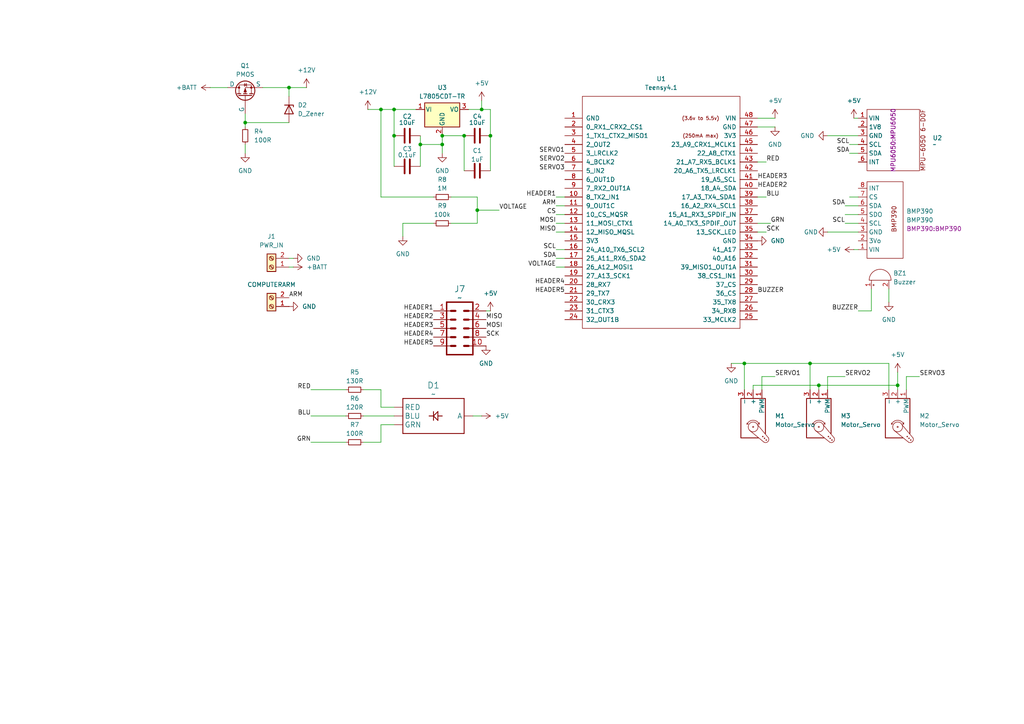
<source format=kicad_sch>
(kicad_sch (version 20250114) (generator "eeschema") (generator_version "9.0")
  (paper "A4")
  (lib_symbols
    (symbol "BMP390:BMP390"
      (property "Reference" "U3" (at 12.7 0.7939 0))
      (property "Value" "BMP390" (at 12.7 -1.1112 0))
      (property "Footprint" "BMP390:BMP390" (at 0 0 0))
      (symbol "BMP390_0_1"
        (rectangle (start 11.43 -5.08) (end -10.795 5.3975))
      )
      (symbol "BMP390_1_1"
        (text "BMP390\n" (at 0 2.794 0) (effects (font (size 1.27 1.27))))
        (pin input line (at -8.89 -7.62 90) (length 2.54) (name "INT") (number "8"))
        (pin input line (at -6.35 -7.62 90) (length 2.54) (name "CS") (number "7"))
        (pin input line (at -3.81 -7.62 90) (length 2.54) (name "SDA") (number "6"))
        (pin input line (at -1.27 -7.62 90) (length 2.54) (name "SDO") (number "5"))
        (pin input line (at 1.27 -7.62 90) (length 2.54) (name "SCL") (number "4"))
        (pin input line (at 3.81 -7.62 90) (length 2.54) (name "GND") (number "3"))
        (pin input line (at 6.35 -7.62 90) (length 2.54) (name "3Vo") (number "2"))
        (pin input line (at 8.89 -7.62 90) (length 2.54) (name "VIN") (number "1"))
      )
    )
    (symbol "Connector:Screw_Terminal_01x02" (pin_names (offset 1.016) (hide yes))
      (property "Reference" "J1" (at 1.2701 -5.08 90))
      (property "Value" "Screw_Terminal_01x02" (at -1.2699 -5.08 90))
      (symbol "Screw_Terminal_01x02_1_1"
        (rectangle (start -1.27 1.27) (end 1.27 -3.81) (stroke (width 0.254)) (fill (type background)))
        (polyline (pts (xy -0.5334 0.3302) (xy 0.3302 -0.508)) (stroke (width 0.1524)))
        (polyline (pts (xy -0.5334 -2.2098) (xy 0.3302 -3.048)) (stroke (width 0.1524)))
        (polyline (pts (xy -0.3556 0.508) (xy 0.508 -0.3302)) (stroke (width 0.1524)))
        (polyline (pts (xy -0.3556 -2.032) (xy 0.508 -2.8702)) (stroke (width 0.1524)))
        (circle (center 0 0) (radius 0.635) (stroke (width 0.1524)))
        (circle (center 0 -2.54) (radius 0.635) (stroke (width 0.1524)))
        (pin passive line (at -5.08 0 0) (length 3.81) (name "Pin_1") (number "1"))
        (pin passive line (at -5.08 -2.54 0) (length 3.81) (name "Pin_2") (number "2"))
      )
    )
    (symbol "Device:Buzzer" (pin_names (offset 0.0254) (hide yes))
      (property "Reference" "BZ" (at 3.81 1.27 0))
      (property "Value" "Buzzer" (at 3.81 -1.27 0))
      (symbol "Buzzer_0_1"
        (polyline (pts (xy -1.651 1.905) (xy -1.143 1.905)))
        (polyline (pts (xy -1.397 2.159) (xy -1.397 1.651)))
        (arc (start 0 3.175) (mid 3.1612 0) (end 0 -3.175))
        (polyline (pts (xy 0 3.175) (xy 0 -3.175)))
      )
      (symbol "Buzzer_1_1"
        (pin passive line (at -2.54 2.54 0) (length 2.54) (name "+") (number "1"))
        (pin passive line (at -2.54 -2.54 0) (length 2.54) (name "-") (number "2"))
      )
    )
    (symbol "Device:C" (pin_numbers (hide yes)) (pin_names (offset 0.254))
      (property "Reference" "C" (at 0.635 2.54 0))
      (property "Value" "C" (at 0.635 -2.54 0))
      (symbol "C_0_1"
        (polyline (pts (xy -2.032 0.762) (xy 2.032 0.762)) (stroke (width 0.508)))
        (polyline (pts (xy -2.032 -0.762) (xy 2.032 -0.762)) (stroke (width 0.508)))
      )
      (symbol "C_1_1"
        (pin passive line (at 0 3.81 270) (length 2.794) (name "~") (number "1"))
        (pin passive line (at 0 -3.81 90) (length 2.794) (name "~") (number "2"))
      )
    )
    (symbol "Device:D_Zener" (pin_numbers (hide yes)) (pin_names (offset 1.016) (hide yes))
      (property "Reference" "D" (at 0 2.54 0))
      (property "Value" "D_Zener" (at 0 -2.54 0))
      (symbol "D_Zener_0_1"
        (polyline (pts (xy -1.27 -1.27) (xy -1.27 1.27) (xy -0.762 1.27)) (stroke (width 0.254)))
        (polyline (pts (xy 1.27 0) (xy -1.27 0)))
        (polyline (pts (xy 1.27 -1.27) (xy 1.27 1.27) (xy -1.27 0) (xy 1.27 -1.27)) (stroke (width 0.254)))
      )
      (symbol "D_Zener_1_1"
        (pin passive line (at -3.81 0 0) (length 2.54) (name "K") (number "1"))
        (pin passive line (at 3.81 0 180) (length 2.54) (name "A") (number "2"))
      )
    )
    (symbol "Device:R_Small" (pin_numbers (hide yes)) (pin_names (offset 0.254) (hide yes))
      (property "Reference" "R" (at 0.762 0.508 0))
      (property "Value" "R_Small" (at 0.762 -1.016 0))
      (symbol "R_Small_0_1"
        (rectangle (start -0.762 1.778) (end 0.762 -1.778) (stroke (width 0.2032)))
      )
      (symbol "R_Small_1_1"
        (pin passive line (at 0 2.54 270) (length 0.762) (name "~") (number "1"))
        (pin passive line (at 0 -2.54 90) (length 0.762) (name "~") (number "2"))
      )
    )
    (symbol "MPU6050:MPU6050"
      (property "Reference" "U2" (at -0.6351 11.43 90))
      (property "Value" "~" (at 1.27 11.43 90))
      (property "Footprint" "MPU6050:MPU6050" (at 0 0 0))
      (symbol "MPU6050_0_1"
        (rectangle (start -8.89 7.62) (end 8.89 -7.62))
      )
      (symbol "MPU6050_1_1"
        (text "MPU-6050 6-DOF\n" (at 0 8.636 0) (effects (font (size 1.27 1.27))))
        (pin input line (at -6.35 -10.16 90) (length 2.54) (name "VIN") (number "1"))
        (pin input line (at -3.81 -10.16 90) (length 2.54) (name "1V8") (number "2"))
        (pin input line (at -1.27 -10.16 90) (length 2.54) (name "GND") (number "3"))
        (pin input line (at 1.27 -10.16 90) (length 2.54) (name "SCL") (number "4"))
        (pin input line (at 3.81 -10.16 90) (length 2.54) (name "SDA") (number "5"))
        (pin input line (at 6.35 -10.16 90) (length 2.54) (name "INT") (number "6"))
      )
    )
    (symbol "Motor:Motor_Servo" (pin_names (offset 0.0254))
      (property "Reference" "M" (at -5.08 4.445 0))
      (property "Value" "Motor_Servo" (at -5.08 -4.064 0))
      (symbol "Motor_Servo_0_1"
        (polyline (pts (xy 2.413 1.778) (xy 1.905 1.778)))
        (polyline (pts (xy 2.413 1.778) (xy 2.286 1.397)))
        (polyline (pts (xy 2.413 -1.778) (xy 2.032 -1.778)))
        (polyline (pts (xy 2.413 -1.778) (xy 2.286 -1.397)))
        (arc (start 2.413 -1.778) (mid 1.2406 0) (end 2.413 1.778))
        (circle (center 3.175 0) (radius 0.1778))
        (circle (center 3.175 0) (radius 1.4224))
        (polyline (pts (xy 5.08 3.556) (xy -5.08 3.556) (xy -5.08 -3.556) (xy 6.35 -3.556) (xy 6.35 1.524)) (stroke (width 0.254)))
        (circle (center 5.969 2.794) (radius 0.127))
        (polyline (pts (xy 6.35 4.445) (xy 2.54 1.27)))
        (circle (center 6.477 3.302) (radius 0.127))
        (arc (start 6.35 4.445) (mid 7.4487 4.2737) (end 7.62 3.175))
        (circle (center 6.985 3.81) (radius 0.127))
        (polyline (pts (xy 7.62 3.175) (xy 4.191 -1.016)))
      )
      (symbol "Motor_Servo_1_1"
        (pin passive line (at -7.62 2.54 0) (length 2.54) (name "PWM") (number "1"))
        (pin passive line (at -7.62 0 0) (length 2.54) (name "+") (number "2"))
        (pin passive line (at -7.62 -2.54 0) (length 2.54) (name "-") (number "3"))
      )
    )
    (symbol "Regulator_Linear:LM7805_TO220" (pin_names (offset 0.254))
      (property "Reference" "U" (at -3.81 3.175 0))
      (property "Value" "LM7805_TO220" (at 0 3.175 0))
      (symbol "LM7805_TO220_0_1"
        (rectangle (start -5.08 1.905) (end 5.08 -5.08) (stroke (width 0.254)) (fill (type background)))
      )
      (symbol "LM7805_TO220_1_1"
        (pin power_in line (at -7.62 0 0) (length 2.54) (name "VI") (number "1"))
        (pin power_in line (at 0 -7.62 90) (length 2.54) (name "GND") (number "2"))
        (pin power_out line (at 7.62 0 180) (length 2.54) (name "VO") (number "3"))
      )
    )
    (symbol "Simulation_SPICE:PMOS" (pin_numbers (hide yes)) (pin_names (offset 0))
      (property "Reference" "Q" (at 5.08 1.27 0))
      (property "Value" "PMOS" (at 5.08 -1.27 0))
      (symbol "PMOS_0_1"
        (polyline (pts (xy 0.254 1.905) (xy 0.254 -1.905)) (stroke (width 0.254)))
        (polyline (pts (xy 0.254 0) (xy -2.54 0)))
        (polyline (pts (xy 0.762 2.286) (xy 0.762 1.27)) (stroke (width 0.254)))
        (polyline (pts (xy 0.762 1.778) (xy 3.302 1.778) (xy 3.302 -1.778) (xy 0.762 -1.778)))
        (polyline (pts (xy 0.762 0.508) (xy 0.762 -0.508)) (stroke (width 0.254)))
        (polyline (pts (xy 0.762 -1.27) (xy 0.762 -2.286)) (stroke (width 0.254)))
        (circle (center 1.651 0) (radius 2.794) (stroke (width 0.254)))
        (polyline (pts (xy 2.286 0) (xy 1.27 0.381) (xy 1.27 -0.381) (xy 2.286 0)) (fill (type outline)))
        (polyline (pts (xy 2.54 2.54) (xy 2.54 1.778)))
        (circle (center 2.54 1.778) (radius 0.254) (fill (type outline)))
        (circle (center 2.54 -1.778) (radius 0.254) (fill (type outline)))
        (polyline (pts (xy 2.54 -2.54) (xy 2.54 0) (xy 0.762 0)))
        (polyline (pts (xy 2.794 -0.508) (xy 2.921 -0.381) (xy 3.683 -0.381) (xy 3.81 -0.254)))
        (polyline (pts (xy 3.302 -0.381) (xy 2.921 0.254) (xy 3.683 0.254) (xy 3.302 -0.381)))
      )
      (symbol "PMOS_1_1"
        (pin input line (at -5.08 0 0) (length 2.54) (name "G") (number "2"))
        (pin passive line (at 2.54 5.08 270) (length 2.54) (name "D") (number "1"))
        (pin passive line (at 2.54 -5.08 90) (length 2.54) (name "S") (number "3"))
      )
    )
    (symbol "SparkFun-Connectors:CONN_05X2NO_SILK"
      (property "Reference" "J" (at -3.81 8.128 0))
      (symbol "CONN_05X2NO_SILK_1_0"
        (polyline (pts (xy -3.81 7.62) (xy -3.81 -7.62)) (stroke (width 0.4064)))
        (polyline (pts (xy -3.81 7.62) (xy 3.81 7.62)) (stroke (width 0.4064)))
        (polyline (pts (xy -1.27 5.08) (xy -2.54 5.08)) (stroke (width 0.6096)))
        (polyline (pts (xy -1.27 2.54) (xy -2.54 2.54)) (stroke (width 0.6096)))
        (polyline (pts (xy -1.27 0) (xy -2.54 0)) (stroke (width 0.6096)))
        (polyline (pts (xy -1.27 -2.54) (xy -2.54 -2.54)) (stroke (width 0.6096)))
        (polyline (pts (xy -1.27 -5.08) (xy -2.54 -5.08)) (stroke (width 0.6096)))
        (polyline (pts (xy 1.27 5.08) (xy 2.54 5.08)) (stroke (width 0.6096)))
        (polyline (pts (xy 1.27 2.54) (xy 2.54 2.54)) (stroke (width 0.6096)))
        (polyline (pts (xy 1.27 0) (xy 2.54 0)) (stroke (width 0.6096)))
        (polyline (pts (xy 1.27 -2.54) (xy 2.54 -2.54)) (stroke (width 0.6096)))
        (polyline (pts (xy 1.27 -5.08) (xy 2.54 -5.08)) (stroke (width 0.6096)))
        (polyline (pts (xy 3.81 -7.62) (xy -3.81 -7.62)) (stroke (width 0.4064)))
        (polyline (pts (xy 3.81 -7.62) (xy 3.81 7.62)) (stroke (width 0.4064)))
        (pin passive line (at -7.62 5.08 0) (length 5.08) (name "1") (number "1"))
        (pin passive line (at -7.62 2.54 0) (length 5.08) (name "3") (number "3"))
        (pin passive line (at -7.62 0 0) (length 5.08) (name "5") (number "5"))
        (pin passive line (at -7.62 -2.54 0) (length 5.08) (name "7") (number "7"))
        (pin passive line (at -7.62 -5.08 0) (length 5.08) (name "9") (number "9"))
        (pin passive line (at 7.62 5.08 180) (length 5.08) (name "2") (number "2"))
        (pin passive line (at 7.62 2.54 180) (length 5.08) (name "4") (number "4"))
        (pin passive line (at 7.62 0 180) (length 5.08) (name "6") (number "6"))
        (pin passive line (at 7.62 -2.54 180) (length 5.08) (name "8") (number "8"))
        (pin passive line (at 7.62 -5.08 180) (length 5.08) (name "10") (number "10"))
      )
    )
    (symbol "SparkFun-LED:LED-RGB-CADIFFUSE"
      (property "Reference" "D" (at -7.62 5.3975 0))
      (symbol "LED-RGB-CADIFFUSE_1_0"
        (polyline (pts (xy -7.62 5.08) (xy 10.16 5.08)) (stroke (width 0.254)))
        (polyline (pts (xy -7.62 -5.08) (xy -7.62 5.08)) (stroke (width 0.254)))
        (polyline (pts (xy 1.27 0) (xy 0 0)) (stroke (width 0.254)))
        (polyline (pts (xy 1.27 0) (xy 1.27 1.27)) (stroke (width 0.254)))
        (polyline (pts (xy 1.27 0) (xy 2.54 -1.27)) (stroke (width 0.254)))
        (polyline (pts (xy 1.27 -1.27) (xy 1.27 0)) (stroke (width 0.254)))
        (polyline (pts (xy 2.54 1.27) (xy 1.27 0)) (stroke (width 0.254)))
        (polyline (pts (xy 2.54 0) (xy 2.54 1.27)) (stroke (width 0.254)))
        (polyline (pts (xy 2.54 0) (xy 3.81 0)) (stroke (width 0.254)))
        (polyline (pts (xy 2.54 -1.27) (xy 2.54 0)) (stroke (width 0.254)))
        (polyline (pts (xy 10.16 5.08) (xy 10.16 -5.08)) (stroke (width 0.254)))
        (polyline (pts (xy 10.16 -5.08) (xy -7.62 -5.08)) (stroke (width 0.254)))
        (pin bidirectional line (at -10.16 2.54 0) (length 2.54) (name "RED") (number "1"))
        (pin bidirectional line (at -10.16 0 0) (length 2.54) (name "BLU") (number "4"))
        (pin bidirectional line (at -10.16 -2.54 0) (length 2.54) (name "GRN") (number "3"))
        (pin bidirectional line (at 12.7 0 180) (length 2.54) (name "A") (number "2"))
      )
    )
    (symbol "power:+12V" (power) (pin_numbers (hide yes)) (pin_names (offset 0) (hide yes))
      (property "Value" "+12V" (at 0 3.556 0))
      (symbol "+12V_0_1"
        (polyline (pts (xy -0.762 1.27) (xy 0 2.54)))
        (polyline (pts (xy 0 2.54) (xy 0.762 1.27)))
        (polyline (pts (xy 0 0) (xy 0 2.54)))
      )
      (symbol "+12V_1_1"
        (pin power_in line (at 0 0 90) (length 0) (name "~") (number "1"))
      )
    )
    (symbol "power:+5V" (power) (pin_numbers (hide yes)) (pin_names (offset 0) (hide yes))
      (property "Value" "+5V" (at 0 3.556 0))
      (symbol "+5V_0_1"
        (polyline (pts (xy -0.762 1.27) (xy 0 2.54)))
        (polyline (pts (xy 0 2.54) (xy 0.762 1.27)))
        (polyline (pts (xy 0 0) (xy 0 2.54)))
      )
      (symbol "+5V_1_1"
        (pin power_in line (at 0 0 90) (length 0) (name "~") (number "1"))
      )
    )
    (symbol "power:+BATT" (power) (pin_numbers (hide yes)) (pin_names (offset 0) (hide yes))
      (property "Value" "+BATT" (at 0 3.556 0))
      (symbol "+BATT_0_1"
        (polyline (pts (xy -0.762 1.27) (xy 0 2.54)))
        (polyline (pts (xy 0 2.54) (xy 0.762 1.27)))
        (polyline (pts (xy 0 0) (xy 0 2.54)))
      )
      (symbol "+BATT_1_1"
        (pin power_in line (at 0 0 90) (length 0) (name "~") (number "1"))
      )
    )
    (symbol "power:GND" (power) (pin_numbers (hide yes)) (pin_names (offset 0) (hide yes))
      (property "Value" "GND" (at 0 -3.81 0))
      (symbol "GND_0_1"
        (polyline (pts (xy 0 0) (xy 0 -1.27) (xy 1.27 -1.27) (xy 0 -2.54) (xy -1.27 -1.27) (xy 0 -1.27)))
      )
      (symbol "GND_1_1"
        (pin power_in line (at 0 0 270) (length 0) (name "~") (number "1"))
      )
    )
    (symbol "teensy:Teensy4.1" (pin_names (offset 1.016))
      (property "Reference" "U1" (at 0 66.04 0))
      (property "Value" "Teensy4.1" (at 0 63.5 0))
      (symbol "Teensy4.1_0_0"
        (text "(3.6v to 5.5v)" (at 11.43 54.61 0) (effects (font (size 1.016 1.016))))
        (text "(250mA max)" (at 11.43 49.53 0) (effects (font (size 1.016 1.016))))
        (pin bidirectional line (at -27.94 44.45 0) (length 5.08) (name "3_LRCLK2") (number "5"))
        (pin bidirectional line (at -27.94 41.91 0) (length 5.08) (name "4_BCLK2") (number "6"))
        (pin bidirectional line (at -27.94 39.37 0) (length 5.08) (name "5_IN2") (number "7"))
        (pin bidirectional line (at -27.94 36.83 0) (length 5.08) (name "6_OUT1D") (number "8"))
        (pin bidirectional line (at -27.94 34.29 0) (length 5.08) (name "7_RX2_OUT1A") (number "9"))
        (pin bidirectional line (at -27.94 31.75 0) (length 5.08) (name "8_TX2_IN1") (number "10"))
        (pin bidirectional line (at -27.94 29.21 0) (length 5.08) (name "9_OUT1C") (number "11"))
        (pin bidirectional line (at -27.94 26.67 0) (length 5.08) (name "10_CS_MQSR") (number "12"))
        (pin bidirectional line (at -27.94 24.13 0) (length 5.08) (name "11_MOSI_CTX1") (number "13"))
        (pin bidirectional line (at -27.94 21.59 0) (length 5.08) (name "12_MISO_MQSL") (number "14"))
        (pin power_in line (at -27.94 19.05 0) (length 5.08) (name "3V3") (number "15"))
        (pin bidirectional line (at -27.94 16.51 0) (length 5.08) (name "24_A10_TX6_SCL2") (number "16"))
        (pin bidirectional line (at -27.94 13.97 0) (length 5.08) (name "25_A11_RX6_SDA2") (number "17"))
        (pin bidirectional line (at -27.94 11.43 0) (length 5.08) (name "26_A12_MOSI1") (number "18"))
        (pin bidirectional line (at -27.94 8.89 0) (length 5.08) (name "27_A13_SCK1") (number "19"))
        (pin bidirectional line (at -27.94 6.35 0) (length 5.08) (name "28_RX7") (number "20"))
        (pin bidirectional line (at -27.94 3.81 0) (length 5.08) (name "29_TX7") (number "21"))
        (pin bidirectional line (at -27.94 1.27 0) (length 5.08) (name "30_CRX3") (number "22"))
        (pin bidirectional line (at -27.94 -1.27 0) (length 5.08) (name "31_CTX3") (number "23"))
        (pin bidirectional line (at -27.94 -3.81 0) (length 5.08) (name "32_OUT1B") (number "24"))
        (pin power_in line (at 27.94 54.61 180) (length 5.08) (name "VIN") (number "48"))
        (pin output line (at 27.94 52.07 180) (length 5.08) (name "GND") (number "47"))
        (pin output line (at 27.94 49.53 180) (length 5.08) (name "3V3") (number "46"))
        (pin bidirectional line (at 27.94 46.99 180) (length 5.08) (name "23_A9_CRX1_MCLK1") (number "45"))
        (pin bidirectional line (at 27.94 44.45 180) (length 5.08) (name "22_A8_CTX1") (number "44"))
        (pin bidirectional line (at 27.94 41.91 180) (length 5.08) (name "21_A7_RX5_BCLK1") (number "43"))
        (pin bidirectional line (at 27.94 39.37 180) (length 5.08) (name "20_A6_TX5_LRCLK1") (number "42"))
        (pin bidirectional line (at 27.94 36.83 180) (length 5.08) (name "19_A5_SCL") (number "41"))
        (pin bidirectional line (at 27.94 34.29 180) (length 5.08) (name "18_A4_SDA") (number "40"))
        (pin bidirectional line (at 27.94 31.75 180) (length 5.08) (name "17_A3_TX4_SDA1") (number "39"))
        (pin bidirectional line (at 27.94 29.21 180) (length 5.08) (name "16_A2_RX4_SCL1") (number "38"))
        (pin bidirectional line (at 27.94 26.67 180) (length 5.08) (name "15_A1_RX3_SPDIF_IN") (number "37"))
        (pin bidirectional line (at 27.94 24.13 180) (length 5.08) (name "14_A0_TX3_SPDIF_OUT") (number "36"))
        (pin bidirectional line (at 27.94 21.59 180) (length 5.08) (name "13_SCK_LED") (number "35"))
        (pin bidirectional line (at 27.94 16.51 180) (length 5.08) (name "41_A17") (number "33"))
        (pin bidirectional line (at 27.94 13.97 180) (length 5.08) (name "40_A16") (number "32"))
        (pin bidirectional line (at 27.94 11.43 180) (length 5.08) (name "39_MISO1_OUT1A") (number "31"))
        (pin bidirectional line (at 27.94 8.89 180) (length 5.08) (name "38_CS1_IN1") (number "30"))
        (pin bidirectional line (at 27.94 6.35 180) (length 5.08) (name "37_CS") (number "29"))
        (pin bidirectional line (at 27.94 3.81 180) (length 5.08) (name "36_CS") (number "28"))
        (pin bidirectional line (at 27.94 1.27 180) (length 5.08) (name "35_TX8") (number "27"))
        (pin bidirectional line (at 27.94 -1.27 180) (length 5.08) (name "34_RX8") (number "26"))
        (pin bidirectional line (at 27.94 -3.81 180) (length 5.08) (name "33_MCLK2") (number "25"))
      )
      (symbol "Teensy4.1_0_1"
        (rectangle (start -22.86 60.96) (end 22.86 -6.35))
        (rectangle (start -20.32 -1.27) (end -20.32 -1.27))
      )
      (symbol "Teensy4.1_1_1"
        (pin power_in line (at -27.94 54.61 0) (length 5.08) (name "GND") (number "1"))
        (pin bidirectional line (at -27.94 52.07 0) (length 5.08) (name "0_RX1_CRX2_CS1") (number "2"))
        (pin bidirectional line (at -27.94 49.53 0) (length 5.08) (name "1_TX1_CTX2_MISO1") (number "3"))
        (pin bidirectional line (at -27.94 46.99 0) (length 5.08) (name "2_OUT2") (number "4"))
        (pin power_in line (at 27.94 19.05 180) (length 5.08) (name "GND") (number "34"))
      )
    )
  )
  (junction (at 234.95 105.41))
  (junction (at 128.27 41.91))
  (junction (at 142.24 39.37))
  (junction (at 121.92 41.91))
  (junction (at 215.9 105.41))
  (junction (at 114.3 31.75))
  (junction (at 83.82 25.4))
  (junction (at 260.35 111.76))
  (junction (at 139.7 31.75))
  (junction (at 134.62 39.37))
  (junction (at 110.49 31.75))
  (junction (at 237.49 111.76))
  (junction (at 128.27 39.37))
  (junction (at 138.43 60.96))
  (junction (at 114.3 39.37))
  (junction (at 71.12 35.56))
  (wire (pts (xy 114.3 31.75) (xy 114.3 39.37)))
  (wire (pts (xy 161.29 59.69) (xy 163.83 59.69)))
  (wire (pts (xy 128.27 39.37) (xy 128.27 41.91)))
  (wire (pts (xy 130.81 64.77) (xy 138.43 64.77)))
  (wire (pts (xy 245.11 62.23) (xy 248.92 62.23)))
  (wire (pts (xy 246.38 41.91) (xy 248.92 41.91)))
  (wire (pts (xy 138.43 60.96) (xy 144.78 60.96)))
  (wire (pts (xy 114.3 39.37) (xy 114.3 48.26)))
  (wire (pts (xy 83.82 25.4) (xy 83.82 27.94)))
  (wire (pts (xy 161.29 72.39) (xy 163.83 72.39)))
  (wire (pts (xy 246.38 57.15) (xy 248.92 57.15)))
  (wire (pts (xy 223.52 64.77) (xy 219.71 64.77)))
  (wire (pts (xy 71.12 35.56) (xy 83.82 35.56)))
  (wire (pts (xy 246.38 44.45) (xy 248.92 44.45)))
  (wire (pts (xy 142.24 31.75) (xy 139.7 31.75)))
  (wire (pts (xy 215.9 105.41) (xy 234.95 105.41)))
  (wire (pts (xy 71.12 41.91) (xy 71.12 44.45)))
  (wire (pts (xy 110.49 57.15) (xy 125.73 57.15)))
  (wire (pts (xy 121.92 39.37) (xy 121.92 41.91)))
  (wire (pts (xy 134.62 49.53) (xy 134.62 39.37)))
  (wire (pts (xy 240.03 109.22) (xy 245.11 109.22)))
  (wire (pts (xy 140.97 90.17) (xy 142.24 90.17)))
  (wire (pts (xy 161.29 62.23) (xy 163.83 62.23)))
  (wire (pts (xy 76.2 25.4) (xy 83.82 25.4)))
  (wire (pts (xy 220.98 109.22) (xy 224.79 109.22)))
  (wire (pts (xy 260.35 107.95) (xy 260.35 111.76)))
  (wire (pts (xy 110.49 113.03) (xy 110.49 118.11)))
  (wire (pts (xy 219.71 34.29) (xy 224.79 34.29)))
  (wire (pts (xy 83.82 74.93) (xy 85.09 74.93)))
  (wire (pts (xy 110.49 128.27) (xy 110.49 123.19)))
  (wire (pts (xy 90.17 128.27) (xy 100.33 128.27)))
  (wire (pts (xy 105.41 120.65) (xy 114.3 120.65)))
  (wire (pts (xy 121.92 41.91) (xy 121.92 48.26)))
  (wire (pts (xy 247.65 72.39) (xy 248.92 72.39)))
  (wire (pts (xy 252.73 83.82) (xy 252.73 90.17)))
  (wire (pts (xy 212.09 105.41) (xy 215.9 105.41)))
  (wire (pts (xy 234.95 105.41) (xy 257.81 105.41)))
  (wire (pts (xy 90.17 113.03) (xy 100.33 113.03)))
  (wire (pts (xy 222.25 57.15) (xy 219.71 57.15)))
  (wire (pts (xy 161.29 64.77) (xy 163.83 64.77)))
  (wire (pts (xy 139.7 29.21) (xy 139.7 31.75)))
  (wire (pts (xy 60.96 25.4) (xy 66.04 25.4)))
  (wire (pts (xy 130.81 57.15) (xy 138.43 57.15)))
  (wire (pts (xy 71.12 33.02) (xy 71.12 35.56)))
  (wire (pts (xy 110.49 31.75) (xy 114.3 31.75)))
  (wire (pts (xy 83.82 25.4) (xy 88.9 25.4)))
  (wire (pts (xy 116.84 64.77) (xy 125.73 64.77)))
  (wire (pts (xy 240.03 67.31) (xy 248.92 67.31)))
  (wire (pts (xy 248.92 90.17) (xy 252.73 90.17)))
  (wire (pts (xy 237.49 111.76) (xy 237.49 113.03)))
  (wire (pts (xy 257.81 83.82) (xy 257.81 87.63)))
  (wire (pts (xy 90.17 120.65) (xy 100.33 120.65)))
  (wire (pts (xy 257.81 105.41) (xy 257.81 113.03)))
  (wire (pts (xy 218.44 111.76) (xy 218.44 113.03)))
  (wire (pts (xy 220.98 113.03) (xy 220.98 109.22)))
  (wire (pts (xy 116.84 68.58) (xy 116.84 64.77)))
  (wire (pts (xy 237.49 111.76) (xy 218.44 111.76)))
  (wire (pts (xy 161.29 74.93) (xy 163.83 74.93)))
  (wire (pts (xy 222.25 46.99) (xy 219.71 46.99)))
  (wire (pts (xy 128.27 41.91) (xy 128.27 44.45)))
  (wire (pts (xy 138.43 57.15) (xy 138.43 60.96)))
  (wire (pts (xy 142.24 39.37) (xy 142.24 31.75)))
  (wire (pts (xy 262.89 109.22) (xy 266.7 109.22)))
  (wire (pts (xy 245.11 64.77) (xy 248.92 64.77)))
  (wire (pts (xy 138.43 60.96) (xy 138.43 64.77)))
  (wire (pts (xy 83.82 77.47) (xy 85.09 77.47)))
  (wire (pts (xy 105.41 128.27) (xy 110.49 128.27)))
  (wire (pts (xy 161.29 67.31) (xy 163.83 67.31)))
  (wire (pts (xy 247.65 34.29) (xy 248.92 34.29)))
  (wire (pts (xy 110.49 123.19) (xy 114.3 123.19)))
  (wire (pts (xy 114.3 31.75) (xy 120.65 31.75)))
  (wire (pts (xy 262.89 113.03) (xy 262.89 109.22)))
  (wire (pts (xy 260.35 111.76) (xy 260.35 113.03)))
  (wire (pts (xy 110.49 57.15) (xy 110.49 31.75)))
  (wire (pts (xy 219.71 36.83) (xy 224.79 36.83)))
  (wire (pts (xy 105.41 113.03) (xy 110.49 113.03)))
  (wire (pts (xy 71.12 35.56) (xy 71.12 36.83)))
  (wire (pts (xy 142.24 39.37) (xy 142.24 49.53)))
  (wire (pts (xy 161.29 57.15) (xy 163.83 57.15)))
  (wire (pts (xy 234.95 105.41) (xy 234.95 113.03)))
  (wire (pts (xy 135.89 31.75) (xy 139.7 31.75)))
  (wire (pts (xy 121.92 41.91) (xy 128.27 41.91)))
  (wire (pts (xy 110.49 118.11) (xy 114.3 118.11)))
  (wire (pts (xy 139.7 120.65) (xy 137.16 120.65)))
  (wire (pts (xy 245.11 59.69) (xy 248.92 59.69)))
  (wire (pts (xy 240.03 39.37) (xy 248.92 39.37)))
  (wire (pts (xy 215.9 113.03) (xy 215.9 105.41)))
  (wire (pts (xy 222.25 67.31) (xy 219.71 67.31)))
  (wire (pts (xy 237.49 111.76) (xy 260.35 111.76)))
  (wire (pts (xy 240.03 109.22) (xy 240.03 113.03)))
  (wire (pts (xy 106.68 31.75) (xy 110.49 31.75)))
  (wire (pts (xy 134.62 39.37) (xy 128.27 39.37)))
  (wire (pts (xy 161.29 77.47) (xy 163.83 77.47)))
  (label "VOLTAGE" (at 144.78 60.96 0))
  (label "HEADER2" (at 125.73 92.71 180))
  (label "GRN" (at 223.52 64.77 0))
  (label "SERVO1" (at 224.79 109.22 0))
  (label "SCL" (at 246.38 41.91 180))
  (label "ARM" (at 161.29 59.69 180))
  (label "HEADER1" (at 161.29 57.15 180))
  (label "MOSI" (at 161.29 64.77 180))
  (label "HEADER2" (at 219.71 54.61 0))
  (label "MOSI" (at 140.97 95.25 0))
  (label "HEADER4" (at 163.83 82.55 180))
  (label "SCK" (at 222.25 67.31 0))
  (label "BUZZER" (at 248.92 90.17 180))
  (label "SERVO2" (at 163.83 46.99 180))
  (label "SERVO3" (at 163.83 49.53 180))
  (label "SDA" (at 245.11 59.69 180))
  (label "HEADER3" (at 219.71 52.07 0))
  (label "HEADER5" (at 125.73 100.33 180))
  (label "BUZZER" (at 219.71 85.09 0))
  (label "HEADER3" (at 125.73 95.25 180))
  (label "MISO" (at 140.97 92.71 0))
  (label "ARM" (at 83.82 86.36 0))
  (label "CS" (at 161.29 62.23 180))
  (label "MISO" (at 161.29 67.31 180))
  (label "SERVO1" (at 163.83 44.45 180))
  (label "GRN" (at 90.17 128.27 180))
  (label "BLU" (at 90.17 120.65 180))
  (label "SDA" (at 246.38 44.45 180))
  (label "SCK" (at 140.97 97.79 0))
  (label "HEADER1" (at 125.73 90.17 180))
  (label "RED" (at 222.25 46.99 0))
  (label "SDA" (at 161.29 74.93 180))
  (label "VOLTAGE" (at 161.29 77.47 180))
  (label "SERVO3" (at 266.7 109.22 0))
  (label "BLU" (at 222.25 57.15 0))
  (label "SCL" (at 245.11 64.77 180))
  (label "RED" (at 90.17 113.03 180))
  (label "SCL" (at 161.29 72.39 180))
  (label "SERVO2" (at 245.11 109.22 0))
  (label "HEADER4" (at 125.73 97.79 180))
  (label "HEADER5" (at 163.83 85.09 180))
  (symbol (lib_id "MPU6050:MPU6050") (at 259.08 40.64 270) (unit 1)
    (property "Reference" "U2" (at 270.51 40.0049 90) (effects (justify left)))
    (property "Value" "~" (at 270.51 41.91 90) (effects (justify left)))
    (property "Footprint" "MPU6050:MPU6050" (at 259.08 40.64 0))
  )
  (symbol (lib_id "power:GND") (at 257.81 87.63 0) (unit 1)
    (property "Reference" "#PWR017" (effects (hide yes)))
    (property "Value" "GND" (at 257.81 92.71 0))
    (property "Description" "Power symbol creates a global label with name \"GND\" , ground" (effects (hide yes)))
  )
  (symbol (lib_id "power:+5V") (at 260.35 107.95 0) (unit 1)
    (property "Reference" "#PWR016" (effects (hide yes)))
    (property "Value" "+5V" (at 260.35 102.87 0))
    (property "Description" "Power symbol creates a global label with name \"+5V\"" (effects (hide yes)))
  )
  (symbol (lib_id "power:+5V") (at 142.24 90.17 0) (unit 1)
    (property "Reference" "#PWR024" (effects (hide yes)))
    (property "Value" "+5V" (at 142.24 85.09 0))
    (property "Description" "Power symbol creates a global label with name \"+5V\"" (effects (hide yes)))
  )
  (symbol (lib_id "power:GND") (at 224.79 36.83 0) (unit 1)
    (property "Reference" "#PWR023" (effects (hide yes)))
    (property "Value" "GND" (at 224.79 41.91 0))
    (property "Description" "Power symbol creates a global label with name \"GND\" , ground" (effects (hide yes)))
  )
  (symbol (lib_id "Device:R_Small") (at 128.27 64.77 90) (unit 1)
    (property "Reference" "R9" (at 128.27 59.69 90))
    (property "Value" "100k" (at 128.27 62.23 90))
    (property "Footprint" "Resistor_SMD:R_2010_5025Metric_Pad1.40x2.65mm_HandSolder" (effects (hide yes)))
    (property "Description" "Resistor, small symbol" (effects (hide yes)))
  )
  (symbol (lib_id "Motor:Motor_Servo") (at 218.44 120.65 270) (unit 1)
    (property "Reference" "M1" (at 224.79 120.636 90) (effects (justify left)))
    (property "Value" "Motor_Servo" (at 224.79 123.176 90) (effects (justify left)))
    (property "Footprint" "Connector_PinHeader_2.54mm:PinHeader_1x03_P2.54mm_Vertical" (effects (hide yes)))
    (property "Datasheet" "http://forums.parallax.com/uploads/attachments/46831/74481.png" (effects (hide yes)))
    (property "Description" "Servo Motor (Futaba, HiTec, JR connector)" (effects (hide yes)))
  )
  (symbol (lib_id "power:+12V") (at 106.68 31.75 0) (unit 1)
    (property "Reference" "#PWR010" (effects (hide yes)))
    (property "Value" "+12V" (at 106.68 26.67 0))
    (property "Description" "Power symbol creates a global label with name \"+12V\"" (effects (hide yes)))
  )
  (symbol (lib_id "Device:C") (at 138.43 39.37 90) (unit 1)
    (property "Reference" "C4" (at 138.43 33.782 90))
    (property "Value" "10uF" (at 138.43 35.56 90))
    (property "Footprint" "Capacitor_SMD:C_1210_3225Metric_Pad1.33x2.70mm_HandSolder" (effects (hide yes)))
    (property "Description" "Unpolarized capacitor" (effects (hide yes)))
  )
  (symbol (lib_id "power:+BATT") (at 60.96 25.4 90) (mirror x) (unit 1)
    (property "Reference" "#PWR013" (effects (hide yes)))
    (property "Value" "+BATT" (at 57.15 25.4001 90) (effects (justify left)))
    (property "Description" "Power symbol creates a global label with name \"+BATT\"" (effects (hide yes)))
  )
  (symbol (lib_id "power:GND") (at 212.09 105.41 0) (unit 1)
    (property "Reference" "#PWR05" (effects (hide yes)))
    (property "Value" "GND" (at 212.09 110.49 0))
    (property "Description" "Power symbol creates a global label with name \"GND\" , ground" (effects (hide yes)))
  )
  (symbol (lib_id "Regulator_Linear:LM7805_TO220") (at 128.27 31.75 0) (unit 1)
    (property "Reference" "U3" (at 128.27 25.4 0))
    (property "Value" "L7805CDT-TR" (at 128.27 27.94 0))
    (property "Footprint" "Package_TO_SOT_SMD:TO-252-2" (effects (hide yes)))
    (property "Datasheet" "https://www.onsemi.cn/PowerSolutions/document/MC7800-D.PDF" (effects (hide yes)))
    (property "Description" "Positive 1A 35V Linear Regulator, Fixed Output 5V, TO-220" (effects (hide yes)))
  )
  (symbol (lib_id "power:+5V") (at 224.79 34.29 0) (unit 1)
    (property "Reference" "#PWR022" (effects (hide yes)))
    (property "Value" "+5V" (at 224.79 29.21 0))
    (property "Description" "Power symbol creates a global label with name \"+5V\"" (effects (hide yes)))
  )
  (symbol (lib_id "Motor:Motor_Servo") (at 237.49 120.65 270) (unit 1)
    (property "Reference" "M3" (at 243.84 120.636 90) (effects (justify left)))
    (property "Value" "Motor_Servo" (at 243.84 123.176 90) (effects (justify left)))
    (property "Footprint" "Connector_PinHeader_2.54mm:PinHeader_1x03_P2.54mm_Vertical" (effects (hide yes)))
    (property "Datasheet" "http://forums.parallax.com/uploads/attachments/46831/74481.png" (effects (hide yes)))
    (property "Description" "Servo Motor (Futaba, HiTec, JR connector)" (effects (hide yes)))
  )
  (symbol (lib_id "Device:R_Small") (at 128.27 57.15 90) (unit 1)
    (property "Reference" "R8" (at 128.27 52.07 90))
    (property "Value" "1M" (at 128.27 54.61 90))
    (property "Footprint" "Resistor_SMD:R_2010_5025Metric_Pad1.40x2.65mm_HandSolder" (effects (hide yes)))
    (property "Description" "Resistor, small symbol" (effects (hide yes)))
  )
  (symbol (lib_id "power:+BATT") (at 85.09 77.47 270) (mirror x) (unit 1)
    (property "Reference" "#PWR07" (effects (hide yes)))
    (property "Value" "+BATT" (at 88.9 77.4699 90) (effects (justify left)))
    (property "Description" "Power symbol creates a global label with name \"+BATT\"" (effects (hide yes)))
  )
  (symbol (lib_id "power:GND") (at 128.27 44.45 0) (unit 1)
    (property "Reference" "#PWR03" (effects (hide yes)))
    (property "Value" "GND" (at 128.27 49.53 0))
    (property "Description" "Power symbol creates a global label with name \"GND\" , ground" (effects (hide yes)))
  )
  (symbol (lib_id "power:GND") (at 240.03 67.31 270) (unit 1)
    (property "Reference" "#PWR019" (effects (hide yes)))
    (property "Value" "GND" (at 235.204 67.31 90))
    (property "Description" "Power symbol creates a global label with name \"GND\" , ground" (effects (hide yes)))
  )
  (symbol (lib_id "power:GND") (at 240.03 39.37 270) (unit 1)
    (property "Reference" "#PWR018" (effects (hide yes)))
    (property "Value" "GND" (at 236.22 39.3699 90) (effects (justify right)))
    (property "Description" "Power symbol creates a global label with name \"GND\" , ground" (effects (hide yes)))
  )
  (symbol (lib_id "Device:C") (at 118.11 48.26 90) (unit 1)
    (property "Reference" "C3" (at 118.11 43.18 90))
    (property "Value" "0.1uF" (at 118.11 44.958 90))
    (property "Footprint" "Capacitor_SMD:C_1210_3225Metric_Pad1.33x2.70mm_HandSolder" (effects (hide yes)))
    (property "Description" "Unpolarized capacitor" (effects (hide yes)))
  )
  (symbol (lib_id "Device:Buzzer") (at 255.27 81.28 90) (unit 1)
    (property "Reference" "BZ1" (at 259.08 79.2548 90) (effects (justify right)))
    (property "Value" "Buzzer" (at 259.08 81.7948 90) (effects (justify right)))
    (property "Footprint" "Buzzer_Beeper:Buzzer_TDK_PS1240P02BT_D12.2mm_H6.5mm" (effects (hide yes)))
    (property "Description" "Buzzer, polarized" (effects (hide yes)))
  )
  (symbol (lib_id "teensy:Teensy4.1") (at 191.77 88.9 0) (unit 1)
    (property "Reference" "U1" (at 191.77 22.86 0))
    (property "Value" "Teensy4.1" (at 191.77 25.4 0))
    (property "Footprint" "teensy:Teensy41" (effects (hide yes)))
  )
  (symbol (lib_id "SparkFun-Connectors:CONN_05X2NO_SILK") (at 133.35 95.25 0) (unit 1)
    (property "Reference" "J7" (at 133.35 83.82 0) (effects (font (size 1.778 1.778))))
    (property "Value" "~" (at 133.35 86.36 0) (effects (font (size 1.778 1.778))))
    (property "Footprint" "Connector_PinHeader_2.54mm:PinHeader_2x05_P2.54mm_Vertical" (effects (hide yes)))
    (property "Description" "Multi connection point. Often used as Generic Header-pin footprint for 0.1 inch spaced/style header connections\n\nFor AVR SPI programming port, see special device with nice symbol: \"AVR_SPI_PROG_5x2.dev\"\n\nYou can populate with any combo of single row headers, but if you'd like an exact match, check these:\n\n• https://www.sparkfun.com/products/778  2x5 AVR ICSP Male Header (PRT-00778)\n• https://www.sparkfun.com/products/8506  2x5 Pin Shrouded Header (PRT-08506)\n\nOn any of the 0.1 inch spaced packages, you can populate with these:\n\n• https://www.sparkfun.com/products/116  Break Away Headers - Straight (PRT-00116)\n• https://www.sparkfun.com/products/553  Break Away Male Headers - Right Angle (PRT-00553)\n• https://www.sparkfun.com/products/115  Female Headers (PRT-00115)\n• https://www.sparkfun.com/products/117  Break Away Headers - Machine Pin (PRT-00117)\n• https://www.sparkfun.com/products/743  Break Away Female Headers - Swiss Machine Pin (PRT-00743)\n\nSpecial note: the shrouded connector mates well with our 5x2 ribbon cables:\n\n• https://www.sparkfun.com/products/8535  2x5 Pin IDC Ribbon Cable (PRT-08535)" (effects (hide yes)))
  )
  (symbol (lib_id "Device:C") (at 118.11 39.37 90) (unit 1)
    (property "Reference" "C2" (at 118.11 33.782 90))
    (property "Value" "10uF" (at 118.11 35.56 90))
    (property "Footprint" "Capacitor_SMD:C_1210_3225Metric_Pad1.33x2.70mm_HandSolder" (effects (hide yes)))
    (property "Description" "Unpolarized capacitor" (effects (hide yes)))
  )
  (symbol (lib_id "Simulation_SPICE:PMOS") (at 71.12 27.94 90) (unit 1)
    (property "Reference" "Q1" (at 71.12 19.05 90))
    (property "Value" "PMOS" (at 71.12 21.59 90))
    (property "Footprint" "Package_TO_SOT_SMD:SOT-23" (effects (hide yes)))
    (property "Datasheet" "https://ngspice.sourceforge.io/docs/ngspice-html-manual/manual.xhtml#cha_MOSFETs" (effects (hide yes)))
    (property "Description" "P-MOSFET transistor, drain/source/gate" (effects (hide yes)))
    (property "Sim.Device" "PMOS" (effects (hide yes)))
    (property "Sim.Type" "VDMOS" (effects (hide yes)))
    (property "Sim.Pins" "1=D 2=G 3=S" (effects (hide yes)))
  )
  (symbol (lib_id "Motor:Motor_Servo") (at 260.35 120.65 270) (unit 1)
    (property "Reference" "M2" (at 266.7 120.636 90) (effects (justify left)))
    (property "Value" "Motor_Servo" (at 266.7 123.176 90) (effects (justify left)))
    (property "Footprint" "Connector_PinHeader_2.54mm:PinHeader_1x03_P2.54mm_Vertical" (effects (hide yes)))
    (property "Datasheet" "http://forums.parallax.com/uploads/attachments/46831/74481.png" (effects (hide yes)))
    (property "Description" "Servo Motor (Futaba, HiTec, JR connector)" (effects (hide yes)))
  )
  (symbol (lib_id "power:GND") (at 71.12 44.45 0) (mirror y) (unit 1)
    (property "Reference" "#PWR012" (effects (hide yes)))
    (property "Value" "GND" (at 71.12 49.53 0))
    (property "Description" "Power symbol creates a global label with name \"GND\" , ground" (effects (hide yes)))
  )
  (symbol (lib_id "power:+5V") (at 139.7 29.21 0) (unit 1)
    (property "Reference" "#PWR06" (effects (hide yes)))
    (property "Value" "+5V" (at 139.7 24.13 0))
    (property "Description" "Power symbol creates a global label with name \"+5V\"" (effects (hide yes)))
  )
  (symbol (lib_id "Device:R_Small") (at 71.12 39.37 0) (unit 1)
    (property "Reference" "R4" (at 73.66 38.0999 0) (effects (justify left)))
    (property "Value" "100R" (at 73.66 40.6399 0) (effects (justify left)))
    (property "Footprint" "Resistor_SMD:R_2010_5025Metric_Pad1.40x2.65mm_HandSolder" (effects (hide yes)))
    (property "Description" "Resistor, small symbol" (effects (hide yes)))
  )
  (symbol (lib_id "power:GND") (at 116.84 68.58 0) (unit 1)
    (property "Reference" "#PWR04" (effects (hide yes)))
    (property "Value" "GND" (at 116.84 73.66 0))
    (property "Description" "Power symbol creates a global label with name \"GND\" , ground" (effects (hide yes)))
  )
  (symbol (lib_id "Device:R_Small") (at 102.87 120.65 90) (unit 1)
    (property "Reference" "R6" (at 102.87 115.57 90))
    (property "Value" "120R" (at 102.87 118.11 90))
    (property "Footprint" "Resistor_SMD:R_2010_5025Metric_Pad1.40x2.65mm_HandSolder" (effects (hide yes)))
    (property "Description" "Resistor, small symbol" (effects (hide yes)))
  )
  (symbol (lib_id "Connector:Screw_Terminal_01x02") (at 78.74 88.9 180) (unit 1)
    (property "Reference" "J5" (effects (hide yes)))
    (property "Value" "COMPUTERARM" (at 78.74 82.55 0))
    (property "Footprint" "TerminalBlock:TerminalBlock_MaiXu_MX126-5.0-02P_1x02_P5.00mm" (effects (hide yes)))
    (property "Description" "Generic screw terminal, single row, 01x02, script generated (kicad-library-utils/schlib/autogen/connector/)" (effects (hide yes)))
  )
  (symbol (lib_id "power:GND") (at 85.09 74.93 90) (mirror x) (unit 1)
    (property "Reference" "#PWR08" (effects (hide yes)))
    (property "Value" "GND" (at 88.9 74.9299 90) (effects (justify right)))
    (property "Description" "Power symbol creates a global label with name \"GND\" , ground" (effects (hide yes)))
  )
  (symbol (lib_id "Device:C") (at 138.43 49.53 90) (unit 1)
    (property "Reference" "C1" (at 138.43 43.688 90))
    (property "Value" "1uF" (at 138.43 46.228 90))
    (property "Footprint" "Capacitor_SMD:C_1210_3225Metric_Pad1.33x2.70mm_HandSolder" (effects (hide yes)))
    (property "Description" "Unpolarized capacitor" (effects (hide yes)))
  )
  (symbol (lib_id "Device:R_Small") (at 102.87 128.27 90) (unit 1)
    (property "Reference" "R7" (at 102.87 123.19 90))
    (property "Value" "100R" (at 102.87 125.73 90))
    (property "Footprint" "Resistor_SMD:R_2010_5025Metric_Pad1.40x2.65mm_HandSolder" (effects (hide yes)))
    (property "Description" "Resistor, small symbol" (effects (hide yes)))
  )
  (symbol (lib_id "BMP390:BMP390") (at 256.54 63.5 270) (unit 1)
    (property "Reference" "BMP390" (at 262.89 61.2774 90) (effects (justify left)))
    (property "Value" "BMP390" (at 262.89 63.8174 90) (effects (justify left)))
    (property "Footprint" "BMP390:BMP390" (at 262.89 66.3574 90) (effects (justify left)))
  )
  (symbol (lib_id "power:+5V") (at 247.65 34.29 0) (unit 1)
    (property "Reference" "#PWR021" (effects (hide yes)))
    (property "Value" "+5V" (at 247.65 29.21 0))
    (property "Description" "Power symbol creates a global label with name \"+5V\"" (effects (hide yes)))
  )
  (symbol (lib_id "power:+5V") (at 247.65 72.39 90) (unit 1)
    (property "Reference" "#PWR020" (effects (hide yes)))
    (property "Value" "+5V" (at 243.84 72.3899 90) (effects (justify left)))
    (property "Description" "Power symbol creates a global label with name \"+5V\"" (effects (hide yes)))
  )
  (symbol (lib_id "SparkFun-LED:LED-RGB-CADIFFUSE") (at 124.46 120.65 0) (unit 1)
    (property "Reference" "D1" (at 125.73 111.76 0) (effects (font (size 1.778 1.778))))
    (property "Value" "~" (at 125.73 114.3 0) (effects (font (size 1.778 1.778))))
    (property "Footprint" "LED_SMD:LED_Wurth_150044M155260" (effects (hide yes)))
    (property "Description" "LED-RGB Diffused Common Anode\n\n• Packages:\n\n•  LED RGB-THRU\n•  P-LCC-4-3\n• LED-TRICOLOR-SMD\n\nSparkFun Products:\n\n• RGB Diffused Common Anode- Diffuse\n• RGB Diffused Common Anode - Clear\n• Qduino Mini\n• Triple Output LED RGB - SMD" (effects (hide yes)))
  )
  (symbol (lib_id "power:GND") (at 140.97 100.33 0) (unit 1)
    (property "Reference" "#PWR09" (effects (hide yes)))
    (property "Value" "GND" (at 140.97 105.41 0))
    (property "Description" "Power symbol creates a global label with name \"GND\" , ground" (effects (hide yes)))
  )
  (symbol (lib_id "power:GND") (at 219.71 69.85 90) (unit 1)
    (property "Reference" "#PWR030" (effects (hide yes)))
    (property "Value" "GND" (at 223.52 69.8499 90) (effects (justify right)))
    (property "Description" "Power symbol creates a global label with name \"GND\" , ground" (effects (hide yes)))
  )
  (symbol (lib_id "power:+5V") (at 139.7 120.65 270) (unit 1)
    (property "Reference" "#PWR031" (effects (hide yes)))
    (property "Value" "+5V" (at 143.51 120.6499 90) (effects (justify left)))
    (property "Description" "Power symbol creates a global label with name \"+5V\"" (effects (hide yes)))
  )
  (symbol (lib_id "Connector:Screw_Terminal_01x02") (at 78.74 77.47 180) (unit 1)
    (property "Reference" "J1" (at 78.74 68.58 0))
    (property "Value" "PWR_IN" (at 78.74 71.12 0))
    (property "Footprint" "TerminalBlock:TerminalBlock_MaiXu_MX126-5.0-02P_1x02_P5.00mm" (effects (hide yes)))
    (property "Description" "Generic screw terminal, single row, 01x02, script generated (kicad-library-utils/schlib/autogen/connector/)" (effects (hide yes)))
  )
  (symbol (lib_id "Device:R_Small") (at 102.87 113.03 90) (unit 1)
    (property "Reference" "R5" (at 102.87 107.95 90))
    (property "Value" "130R" (at 102.87 110.49 90))
    (property "Footprint" "Resistor_SMD:R_2010_5025Metric_Pad1.40x2.65mm_HandSolder" (effects (hide yes)))
    (property "Description" "Resistor, small symbol" (effects (hide yes)))
  )
  (symbol (lib_id "Device:D_Zener") (at 83.82 31.75 270) (unit 1)
    (property "Reference" "D2" (at 86.36 30.4799 90) (effects (justify left)))
    (property "Value" "D_Zener" (at 86.36 33.0199 90) (effects (justify left)))
    (property "Footprint" "Diode_SMD:D_SOD-123F" (effects (hide yes)))
    (property "Description" "Zener diode" (effects (hide yes)))
  )
  (symbol (lib_id "power:+12V") (at 88.9 25.4 0) (unit 1)
    (property "Reference" "#PWR011" (effects (hide yes)))
    (property "Value" "+12V" (at 88.9 20.32 0))
    (property "Description" "Power symbol creates a global label with name \"+12V\"" (effects (hide yes)))
  )
  (symbol (lib_id "power:GND") (at 83.82 88.9 90) (unit 1)
    (property "Reference" "#PWR025" (effects (hide yes)))
    (property "Value" "GND" (at 87.63 88.8999 90) (effects (justify right)))
    (property "Description" "Power symbol creates a global label with name \"GND\" , ground" (effects (hide yes)))
  )
)
</source>
